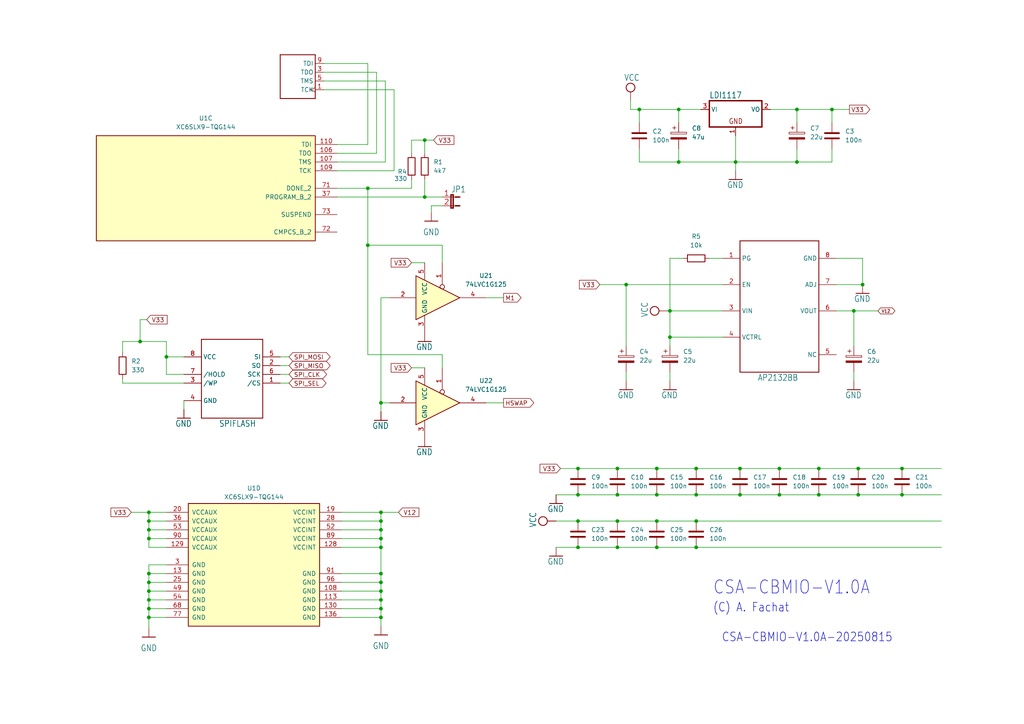
<source format=kicad_sch>
(kicad_sch (version 20250114) (generator "eeschema") (generator_version "9.0")
  (paper "A4")
  (lib_symbols
    (symbol "74xGxx:74LVC1G125"
      (property "Reference" "U" (at -10.16 7.62 0))
      (property "Value" "74LVC1G125" (at 2.54 -7.62 0))
      (symbol "74LVC1G125_0_1"
        (polyline (pts (xy -7.62 6.35) (xy -7.62 -6.35) (xy 5.08 0) (xy -7.62 6.35)) (stroke (width 0.254)) (fill (type background)))
      )
      (symbol "74LVC1G125_1_1"
        (pin input line (at -15.24 0 0) (length 7.62) (name "~") (number "2"))
        (pin power_in line (at -5.08 10.16 270) (length 5.08) (name "VCC") (number "5"))
        (pin power_in line (at -5.08 -10.16 90) (length 5.08) (name "GND") (number "3"))
        (pin input inverted (at 0 10.16 270) (length 7.62) (name "~") (number "1"))
        (pin tri_state line (at 12.7 0 180) (length 7.62) (name "~") (number "4"))
      )
    )
    (symbol "Device:C" (pin_numbers (hide yes)) (pin_names (offset 0.254))
      (property "Reference" "C" (at 0.635 2.54 0))
      (property "Value" "C" (at 0.635 -2.54 0))
      (symbol "C_0_1"
        (polyline (pts (xy -2.032 0.762) (xy 2.032 0.762)) (stroke (width 0.508)))
        (polyline (pts (xy -2.032 -0.762) (xy 2.032 -0.762)) (stroke (width 0.508)))
      )
      (symbol "C_1_1"
        (pin passive line (at 0 3.81 270) (length 2.794) (name "~") (number "1"))
        (pin passive line (at 0 -3.81 90) (length 2.794) (name "~") (number "2"))
      )
    )
    (symbol "Device:C_Polarized" (pin_numbers (hide yes)) (pin_names (offset 0.254))
      (property "Reference" "C" (at 0.635 2.54 0))
      (property "Value" "C_Polarized" (at 0.635 -2.54 0))
      (symbol "C_Polarized_0_1"
        (rectangle (start -2.286 0.508) (end 2.286 1.016))
        (polyline (pts (xy -1.778 2.286) (xy -0.762 2.286)))
        (polyline (pts (xy -1.27 2.794) (xy -1.27 1.778)))
        (rectangle (start 2.286 -0.508) (end -2.286 -1.016) (fill (type outline)))
      )
      (symbol "C_Polarized_1_1"
        (pin passive line (at 0 3.81 270) (length 2.794) (name "~") (number "1"))
        (pin passive line (at 0 -3.81 90) (length 2.794) (name "~") (number "2"))
      )
    )
    (symbol "Device:R" (pin_numbers (hide yes)) (pin_names (offset 0))
      (property "Reference" "R" (at 2.032 0 90))
      (property "Value" "R" (at 0 0 90))
      (symbol "R_0_1"
        (rectangle (start -1.016 -2.54) (end 1.016 2.54) (stroke (width 0.254)))
      )
      (symbol "R_1_1"
        (pin passive line (at 0 3.81 270) (length 1.27) (name "~") (number "1"))
        (pin passive line (at 0 -3.81 90) (length 1.27) (name "~") (number "2"))
      )
    )
    (symbol "FPGA_Xilinx_Spartan6:XC6SLX9-TQG144" (pin_names (offset 1.016))
      (property "Reference" "U" (at 0 1.27 0))
      (property "Value" "XC6SLX9-TQG144" (at 0 -1.27 0))
      (symbol "XC6SLX9-TQG144_1_1"
        (rectangle (start -44.45 36.83) (end 44.45 -43.18) (stroke (width 0.254)) (fill (type background)))
        (pin bidirectional line (at -50.8 22.86 0) (length 6.35) (name "IO_L1P_HSWAPEN_0") (number "144"))
        (pin bidirectional line (at -50.8 20.32 0) (length 6.35) (name "IO_L1N_VREF_0") (number "143"))
        (pin bidirectional line (at -50.8 17.78 0) (length 6.35) (name "IO_L2P_0") (number "142"))
        (pin bidirectional line (at -50.8 15.24 0) (length 6.35) (name "IO_L2N_0") (number "141"))
        (pin bidirectional line (at -50.8 12.7 0) (length 6.35) (name "IO_L3P_0") (number "140"))
        (pin bidirectional line (at -50.8 10.16 0) (length 6.35) (name "IO_L3N_0") (number "139"))
        (pin bidirectional line (at -50.8 7.62 0) (length 6.35) (name "IO_L4P_0") (number "138"))
        (pin bidirectional line (at -50.8 5.08 0) (length 6.35) (name "IO_L4N_0") (number "137"))
        (pin bidirectional line (at -50.8 2.54 0) (length 6.35) (name "IO_L34P_GCLK19_0") (number "134"))
        (pin bidirectional line (at -50.8 0 0) (length 6.35) (name "IO_L34N_GCLK18_0") (number "133"))
        (pin bidirectional line (at -50.8 -2.54 0) (length 6.35) (name "IO_L35P_GCLK17_0") (number "132"))
        (pin bidirectional line (at -50.8 -5.08 0) (length 6.35) (name "IO_L35N_GCLK16_0") (number "131"))
        (pin bidirectional line (at -50.8 -7.62 0) (length 6.35) (name "IO_L36P_GCLK15_0") (number "127"))
        (pin bidirectional line (at -50.8 -10.16 0) (length 6.35) (name "IO_L36N_GCLK14_0") (number "126"))
        (pin bidirectional line (at -50.8 -12.7 0) (length 6.35) (name "IO_L37P_GCLK13_0") (number "124"))
        (pin bidirectional line (at -50.8 -15.24 0) (length 6.35) (name "IO_L37N_GCLK12_0") (number "123"))
        (pin bidirectional line (at -50.8 -17.78 0) (length 6.35) (name "IO_L62P_0") (number "121"))
        (pin bidirectional line (at -50.8 -20.32 0) (length 6.35) (name "IO_L62N_VREF_0") (number "120"))
        (pin bidirectional line (at -50.8 -22.86 0) (length 6.35) (name "IO_L63P_SCP7_0") (number "119"))
        (pin bidirectional line (at -50.8 -25.4 0) (length 6.35) (name "IO_L63N_SCP6_0") (number "118"))
        (pin bidirectional line (at -50.8 -27.94 0) (length 6.35) (name "IO_L64P_SCP5_0") (number "117"))
        (pin bidirectional line (at -50.8 -30.48 0) (length 6.35) (name "IO_L64N_SCP4_0") (number "116"))
        (pin bidirectional line (at -50.8 -33.02 0) (length 6.35) (name "IO_L65P_SCP3_0") (number "115"))
        (pin bidirectional line (at -50.8 -35.56 0) (length 6.35) (name "IO_L65N_SCP2_0") (number "114"))
        (pin bidirectional line (at -50.8 -38.1 0) (length 6.35) (name "IO_L66P_SCP1_0") (number "112"))
        (pin bidirectional line (at -50.8 -40.64 0) (length 6.35) (name "IO_L66N_SCP0_0") (number "111"))
        (pin power_in line (at -40.64 43.18 270) (length 6.35) (name "VCCO_0") (number "122"))
        (pin power_in line (at -38.1 43.18 270) (length 6.35) (name "VCCO_0") (number "125"))
        (pin power_in line (at -35.56 43.18 270) (length 6.35) (name "VCCO_0") (number "135"))
        (pin power_in line (at 35.56 43.18 270) (length 6.35) (name "VCCO_1") (number "76"))
        (pin power_in line (at 38.1 43.18 270) (length 6.35) (name "VCCO_1") (number "86"))
        (pin power_in line (at 40.64 43.18 270) (length 6.35) (name "VCCO_1") (number "103"))
        (pin bidirectional line (at 50.8 22.86 180) (length 6.35) (name "IO_L1P_1") (number "105"))
        (pin bidirectional line (at 50.8 20.32 180) (length 6.35) (name "IO_L1N_VREF_1") (number "104"))
        (pin bidirectional line (at 50.8 17.78 180) (length 6.35) (name "IO_L32P_1") (number "102"))
        (pin bidirectional line (at 50.8 15.24 180) (length 6.35) (name "IO_L32N_1") (number "101"))
        (pin bidirectional line (at 50.8 12.7 180) (length 6.35) (name "IO_L33P_1") (number "100"))
        (pin bidirectional line (at 50.8 10.16 180) (length 6.35) (name "IO_L33N_1") (number "99"))
        (pin bidirectional line (at 50.8 7.62 180) (length 6.35) (name "IO_L34P_1") (number "98"))
        (pin bidirectional line (at 50.8 5.08 180) (length 6.35) (name "IO_L34N_1") (number "97"))
        (pin bidirectional line (at 50.8 2.54 180) (length 6.35) (name "IO_L40P_GCLK11_1") (number "95"))
        (pin bidirectional line (at 50.8 0 180) (length 6.35) (name "IO_L40N_GCLK10_1") (number "94"))
        (pin bidirectional line (at 50.8 -2.54 180) (length 6.35) (name "IO_L41P_GCLK9_IRDY1_1") (number "93"))
        (pin bidirectional line (at 50.8 -5.08 180) (length 6.35) (name "IO_L41N_GCLK8_1") (number "92"))
        (pin bidirectional line (at 50.8 -7.62 180) (length 6.35) (name "IO_L42P_GCLK7_1") (number "88"))
        (pin bidirectional line (at 50.8 -10.16 180) (length 6.35) (name "IO_L42N_GCLK6_TRDY1_1") (number "87"))
        (pin bidirectional line (at 50.8 -12.7 180) (length 6.35) (name "IO_L43P_GCLK5_1") (number "85"))
        (pin bidirectional line (at 50.8 -15.24 180) (length 6.35) (name "IO_L43N_GCLK4_1") (number "84"))
        (pin bidirectional line (at 50.8 -17.78 180) (length 6.35) (name "IO_L45P_1") (number "83"))
        (pin bidirectional line (at 50.8 -20.32 180) (length 6.35) (name "IO_L45N_1") (number "82"))
        (pin bidirectional line (at 50.8 -22.86 180) (length 6.35) (name "IO_L46P_1") (number "81"))
        (pin bidirectional line (at 50.8 -25.4 180) (length 6.35) (name "IO_L46N_1") (number "80"))
        (pin bidirectional line (at 50.8 -27.94 180) (length 6.35) (name "IO_L47P_1") (number "79"))
        (pin bidirectional line (at 50.8 -30.48 180) (length 6.35) (name "IO_L47N_1") (number "78"))
        (pin bidirectional line (at 50.8 -33.02 180) (length 6.35) (name "IO_L74P_AWAKE_1") (number "75"))
        (pin bidirectional line (at 50.8 -35.56 180) (length 6.35) (name "IO_L74N_DOUT_BUSY_1") (number "74"))
      )
      (symbol "XC6SLX9-TQG144_2_1"
        (rectangle (start -44.45 36.83) (end 44.45 -43.18) (stroke (width 0.254)) (fill (type background)))
        (pin bidirectional line (at -50.8 22.86 0) (length 6.35) (name "IO_L1P_CCLK_2") (number "70"))
        (pin bidirectional line (at -50.8 20.32 0) (length 6.35) (name "IO_L1N_M0_CMPMISO_2") (number "69"))
        (pin bidirectional line (at -50.8 17.78 0) (length 6.35) (name "IO_L2P_CMPCLK_2") (number "67"))
        (pin bidirectional line (at -50.8 15.24 0) (length 6.35) (name "IO_L2N_CMPMOSI_2") (number "66"))
        (pin bidirectional line (at -50.8 12.7 0) (length 6.35) (name "IO_L3P_D0_DIN_MISO_MISO1_2") (number "65"))
        (pin bidirectional line (at -50.8 10.16 0) (length 6.35) (name "IO_L3N_MOSI_CSI_B_MISO0_2") (number "64"))
        (pin bidirectional line (at -50.8 7.62 0) (length 6.35) (name "IO_L12P_D1_MISO2_2") (number "62"))
        (pin bidirectional line (at -50.8 5.08 0) (length 6.35) (name "IO_L12N_D2_MISO3_2") (number "61"))
        (pin bidirectional line (at -50.8 2.54 0) (length 6.35) (name "IO_L13P_M1_2") (number "60"))
        (pin bidirectional line (at -50.8 0 0) (length 6.35) (name "IO_L13N_D10_2") (number "59"))
        (pin bidirectional line (at -50.8 -2.54 0) (length 6.35) (name "IO_L14P_D11_2") (number "58"))
        (pin bidirectional line (at -50.8 -5.08 0) (length 6.35) (name "IO_L14N_D12_2") (number "57"))
        (pin bidirectional line (at -50.8 -7.62 0) (length 6.35) (name "IO_L30P_GCLK1_D13_2") (number "56"))
        (pin bidirectional line (at -50.8 -10.16 0) (length 6.35) (name "IO_L30N_GCLK0_USERCCLK_2") (number "55"))
        (pin bidirectional line (at -50.8 -12.7 0) (length 6.35) (name "IO_L31P_GCLK31_D14_2") (number "51"))
        (pin bidirectional line (at -50.8 -15.24 0) (length 6.35) (name "IO_L31N_GCLK30_D15_2") (number "50"))
        (pin bidirectional line (at -50.8 -17.78 0) (length 6.35) (name "IO_L48P_D7_2") (number "48"))
        (pin bidirectional line (at -50.8 -20.32 0) (length 6.35) (name "IO_L48N_RDWR_B_VREF_2") (number "47"))
        (pin bidirectional line (at -50.8 -22.86 0) (length 6.35) (name "IO_L49P_D3_2") (number "46"))
        (pin bidirectional line (at -50.8 -25.4 0) (length 6.35) (name "IO_L49N_D4_2") (number "45"))
        (pin bidirectional line (at -50.8 -27.94 0) (length 6.35) (name "IO_L62P_D5_2") (number "44"))
        (pin bidirectional line (at -50.8 -30.48 0) (length 6.35) (name "IO_L62N_D6_2") (number "43"))
        (pin bidirectional line (at -50.8 -33.02 0) (length 6.35) (name "IO_L64P_D8_2") (number "41"))
        (pin bidirectional line (at -50.8 -35.56 0) (length 6.35) (name "IO_L64N_D9_2") (number "40"))
        (pin bidirectional line (at -50.8 -38.1 0) (length 6.35) (name "IO_L65P_INIT_B_2") (number "39"))
        (pin bidirectional line (at -50.8 -40.64 0) (length 6.35) (name "IO_L65N_CSO_B_2") (number "38"))
        (pin power_in line (at -40.64 43.18 270) (length 6.35) (name "VCCO_2") (number "42"))
        (pin power_in line (at -38.1 43.18 270) (length 6.35) (name "VCCO_2") (number "63"))
        (pin power_in line (at 35.56 43.18 270) (length 6.35) (name "VCCO_3") (number "4"))
        (pin power_in line (at 38.1 43.18 270) (length 6.35) (name "VCCO_3") (number "18"))
        (pin power_in line (at 40.64 43.18 270) (length 6.35) (name "VCCO_3") (number "31"))
        (pin bidirectional line (at 50.8 22.86 180) (length 6.35) (name "IO_L1P_3") (number "35"))
        (pin bidirectional line (at 50.8 20.32 180) (length 6.35) (name "IO_L1N_VREF_3") (number "34"))
        (pin bidirectional line (at 50.8 17.78 180) (length 6.35) (name "IO_L2P_3") (number "33"))
        (pin bidirectional line (at 50.8 15.24 180) (length 6.35) (name "IO_L2N_3") (number "32"))
        (pin bidirectional line (at 50.8 12.7 180) (length 6.35) (name "IO_L36P_3") (number "30"))
        (pin bidirectional line (at 50.8 10.16 180) (length 6.35) (name "IO_L36N_3") (number "29"))
        (pin bidirectional line (at 50.8 7.62 180) (length 6.35) (name "IO_L37P_3") (number "27"))
        (pin bidirectional line (at 50.8 5.08 180) (length 6.35) (name "IO_L37N_3") (number "26"))
        (pin bidirectional line (at 50.8 2.54 180) (length 6.35) (name "IO_L41P_GCLK27_3") (number "24"))
        (pin bidirectional line (at 50.8 0 180) (length 6.35) (name "IO_L41N_GCLK26_3") (number "23"))
        (pin bidirectional line (at 50.8 -2.54 180) (length 6.35) (name "IO_L42P_GCLK25_TRDY2_3") (number "22"))
        (pin bidirectional line (at 50.8 -5.08 180) (length 6.35) (name "IO_L42N_GCLK24_3") (number "21"))
        (pin bidirectional line (at 50.8 -7.62 180) (length 6.35) (name "IO_L43P_GCLK23_3") (number "17"))
        (pin bidirectional line (at 50.8 -10.16 180) (length 6.35) (name "IO_L43N_GCLK22_IRDY2_3") (number "16"))
        (pin bidirectional line (at 50.8 -12.7 180) (length 6.35) (name "IO_L44P_GCLK21_3") (number "15"))
        (pin bidirectional line (at 50.8 -15.24 180) (length 6.35) (name "IO_L44N_GCLK20_3") (number "14"))
        (pin bidirectional line (at 50.8 -17.78 180) (length 6.35) (name "IO_L49P_3") (number "12"))
        (pin bidirectional line (at 50.8 -20.32 180) (length 6.35) (name "IO_L49N_3") (number "11"))
        (pin bidirectional line (at 50.8 -22.86 180) (length 6.35) (name "IO_L50P_3") (number "10"))
        (pin bidirectional line (at 50.8 -25.4 180) (length 6.35) (name "IO_L50N_3") (number "9"))
        (pin bidirectional line (at 50.8 -27.94 180) (length 6.35) (name "IO_L51P_3") (number "8"))
        (pin bidirectional line (at 50.8 -30.48 180) (length 6.35) (name "IO_L51N_3") (number "7"))
        (pin bidirectional line (at 50.8 -33.02 180) (length 6.35) (name "IO_L52P_3") (number "6"))
        (pin bidirectional line (at 50.8 -35.56 180) (length 6.35) (name "IO_L52N_3") (number "5"))
        (pin bidirectional line (at 50.8 -38.1 180) (length 6.35) (name "IO_L83P_3") (number "2"))
        (pin bidirectional line (at 50.8 -40.64 180) (length 6.35) (name "IO_L83N_VREF_3") (number "1"))
      )
      (symbol "XC6SLX9-TQG144_3_1"
        (rectangle (start -31.75 15.24) (end 31.75 -15.24) (stroke (width 0.254)) (fill (type background)))
        (pin bidirectional line (at 38.1 12.7 180) (length 6.35) (name "TDI") (number "110"))
        (pin bidirectional line (at 38.1 10.16 180) (length 6.35) (name "TDO") (number "106"))
        (pin bidirectional line (at 38.1 7.62 180) (length 6.35) (name "TMS") (number "107"))
        (pin bidirectional line (at 38.1 5.08 180) (length 6.35) (name "TCK") (number "109"))
        (pin bidirectional line (at 38.1 0 180) (length 6.35) (name "DONE_2") (number "71"))
        (pin bidirectional line (at 38.1 -2.54 180) (length 6.35) (name "PROGRAM_B_2") (number "37"))
        (pin bidirectional line (at 38.1 -7.62 180) (length 6.35) (name "SUSPEND") (number "73"))
        (pin bidirectional line (at 38.1 -12.7 180) (length 6.35) (name "CMPCS_B_2") (number "72"))
      )
      (symbol "XC6SLX9-TQG144_4_1"
        (rectangle (start -19.05 17.78) (end 19.05 -17.78) (stroke (width 0.254)) (fill (type background)))
        (pin power_in line (at -25.4 15.24 0) (length 6.35) (name "VCCAUX") (number "20"))
        (pin power_in line (at -25.4 12.7 0) (length 6.35) (name "VCCAUX") (number "36"))
        (pin power_in line (at -25.4 10.16 0) (length 6.35) (name "VCCAUX") (number "53"))
        (pin power_in line (at -25.4 7.62 0) (length 6.35) (name "VCCAUX") (number "90"))
        (pin power_in line (at -25.4 5.08 0) (length 6.35) (name "VCCAUX") (number "129"))
        (pin power_in line (at -25.4 0 0) (length 6.35) (name "GND") (number "3"))
        (pin power_in line (at -25.4 -2.54 0) (length 6.35) (name "GND") (number "13"))
        (pin power_in line (at -25.4 -5.08 0) (length 6.35) (name "GND") (number "25"))
        (pin power_in line (at -25.4 -7.62 0) (length 6.35) (name "GND") (number "49"))
        (pin power_in line (at -25.4 -10.16 0) (length 6.35) (name "GND") (number "54"))
        (pin power_in line (at -25.4 -12.7 0) (length 6.35) (name "GND") (number "68"))
        (pin power_in line (at -25.4 -15.24 0) (length 6.35) (name "GND") (number "77"))
        (pin power_in line (at 25.4 15.24 180) (length 6.35) (name "VCCINT") (number "19"))
        (pin power_in line (at 25.4 12.7 180) (length 6.35) (name "VCCINT") (number "28"))
        (pin power_in line (at 25.4 10.16 180) (length 6.35) (name "VCCINT") (number "52"))
        (pin power_in line (at 25.4 7.62 180) (length 6.35) (name "VCCINT") (number "89"))
        (pin power_in line (at 25.4 5.08 180) (length 6.35) (name "VCCINT") (number "128"))
        (pin power_in line (at 25.4 -2.54 180) (length 6.35) (name "GND") (number "91"))
        (pin power_in line (at 25.4 -5.08 180) (length 6.35) (name "GND") (number "96"))
        (pin power_in line (at 25.4 -7.62 180) (length 6.35) (name "GND") (number "108"))
        (pin power_in line (at 25.4 -10.16 180) (length 6.35) (name "GND") (number "113"))
        (pin power_in line (at 25.4 -12.7 180) (length 6.35) (name "GND") (number "130"))
        (pin power_in line (at 25.4 -15.24 180) (length 6.35) (name "GND") (number "136"))
      )
    )
    (symbol "cbm_ultipet_v1-eagle-import:AP2132BB"
      (symbol "AP2132BB_1_0"
        (polyline (pts (xy -10.16 17.78) (xy 12.7 17.78)) (stroke (width 0.254)))
        (polyline (pts (xy -10.16 -20.32) (xy -10.16 17.78)) (stroke (width 0.254)))
        (polyline (pts (xy 12.7 17.78) (xy 12.7 -20.32)) (stroke (width 0.254)))
        (polyline (pts (xy 12.7 -20.32) (xy -10.16 -20.32)) (stroke (width 0.254)))
        (pin bidirectional line (at -15.24 12.7 0) (length 5.08) (name "PG") (number "1"))
        (pin bidirectional line (at -15.24 5.08 0) (length 5.08) (name "EN") (number "2"))
        (pin bidirectional line (at -15.24 -2.54 0) (length 5.08) (name "VIN") (number "3"))
        (pin bidirectional line (at -15.24 -10.16 0) (length 5.08) (name "VCTRL") (number "4"))
        (pin bidirectional line (at 17.78 12.7 180) (length 5.08) (name "GND") (number "8"))
        (pin bidirectional line (at 17.78 5.08 180) (length 5.08) (name "ADJ") (number "7"))
        (pin bidirectional line (at 17.78 -2.54 180) (length 5.08) (name "VOUT") (number "6"))
        (pin bidirectional line (at 17.78 -15.24 180) (length 5.08) (name "NC") (number "5"))
      )
    )
    (symbol "cbm_ultipet_v1-eagle-import:GND" (power)
      (property "Value" "GND" (at -2.54 -2.54 0))
      (symbol "GND_1_0"
        (polyline (pts (xy -1.905 0) (xy 1.905 0)) (stroke (width 0.254)))
        (pin power_in line (at 0 2.54 270) (length 2.54) (name "GND") (number "1"))
      )
    )
    (symbol "cbm_ultipet_v1-eagle-import:LDI1117"
      (symbol "LDI1117_1_0"
        (polyline (pts (xy -7.62 5.08) (xy -7.62 -2.54)) (stroke (width 0.4064)))
        (polyline (pts (xy -7.62 -2.54) (xy 7.62 -2.54)) (stroke (width 0.4064)))
        (polyline (pts (xy 7.62 5.08) (xy -7.62 5.08)) (stroke (width 0.4064)))
        (polyline (pts (xy 7.62 -2.54) (xy 7.62 5.08)) (stroke (width 0.4064)))
        (text "GND" (at -2.032 -1.778 0) (effects (font (size 1.524 1.2954)) (justify left bottom)))
        (pin input line (at -10.16 2.54 0) (length 2.54) (name "VI") (number "3"))
        (pin passive line (at 0 -5.08 90) (length 2.54) (name "GND") (number "1"))
        (pin passive line (at 10.16 2.54 180) (length 2.54) (name "VO") (number "2"))
      )
    )
    (symbol "cbm_ultipet_v1-eagle-import:SPIFLASH"
      (symbol "SPIFLASH_1_0"
        (polyline (pts (xy -10.16 10.16) (xy 7.62 10.16)) (stroke (width 0.254)))
        (polyline (pts (xy -10.16 -12.7) (xy -10.16 10.16)) (stroke (width 0.254)))
        (polyline (pts (xy 7.62 10.16) (xy 7.62 -12.7)) (stroke (width 0.254)))
        (polyline (pts (xy 7.62 -12.7) (xy -10.16 -12.7)) (stroke (width 0.254)))
        (pin bidirectional line (at -15.24 5.08 0) (length 5.08) (name "VCC") (number "8"))
        (pin bidirectional line (at -15.24 0 0) (length 5.08) (name "/HOLD") (number "7"))
        (pin bidirectional line (at -15.24 -2.54 0) (length 5.08) (name "/WP") (number "3"))
        (pin bidirectional line (at -15.24 -7.62 0) (length 5.08) (name "GND") (number "4"))
        (pin bidirectional line (at 12.7 5.08 180) (length 5.08) (name "SI") (number "5"))
        (pin bidirectional line (at 12.7 2.54 180) (length 5.08) (name "SO") (number "2"))
        (pin bidirectional line (at 12.7 0 180) (length 5.08) (name "SCK") (number "6"))
        (pin bidirectional line (at 12.7 -2.54 180) (length 5.08) (name "/CS") (number "1"))
      )
    )
    (symbol "cbm_ultipet_v1-eagle-import:VCC" (power)
      (property "Value" "VCC" (at -1.905 3.175 0))
      (symbol "VCC_1_0"
        (circle (center 0 1.27) (radius 1.27) (stroke (width 0.254)))
        (pin power_in line (at 0 -2.54 90) (length 2.54) (name "VCC") (number "1"))
      )
    )
    (symbol "cbm_ultipet_v1-eagle-import:XILINXPROG"
      (symbol "XILINXPROG_1_0"
        (polyline (pts (xy -5.08 7.62) (xy -5.08 -5.08)) (stroke (width 0.254)))
        (polyline (pts (xy -5.08 -5.08) (xy 5.08 -5.08)) (stroke (width 0.254)))
        (polyline (pts (xy 5.08 7.62) (xy -5.08 7.62)) (stroke (width 0.254)))
        (polyline (pts (xy 5.08 -5.08) (xy 5.08 7.62)) (stroke (width 0.254)))
        (pin input clock (at -7.62 5.08 0) (length 2.54) (name "TCK") (number "1"))
        (pin input line (at -7.62 2.54 0) (length 2.54) (name "TMS") (number "5"))
        (pin output line (at -7.62 0 0) (length 2.54) (name "TDO") (number "3"))
        (pin input line (at -7.62 -2.54 0) (length 2.54) (name "TDI") (number "9"))
      )
      (symbol "XILINXPROG_2_0"
        (text "VCC" (at -15.875 17.78 900) (effects (font (size 1.27 1.0795)) (justify left bottom)))
        (text "GND" (at -15.875 5.08 900) (effects (font (size 1.27 1.0795)) (justify left bottom)))
        (pin power_in line (at -17.78 22.86 270) (length 7.62) (name "VCC") (number "4"))
        (pin power_in line (at -17.78 2.54 90) (length 7.62) (name "GND") (number "2"))
      )
      (symbol "XILINXPROG_3_0"
        (pin power_in line (at 0 -2.54 90) (length 5.08) (name "P$1") (number "10"))
      )
    )
    (symbol "csa_petio_v1-eagle-import:GND" (power)
      (symbol "GND_1_0"
        (polyline (pts (xy -1.905 0) (xy 1.905 0)) (stroke (width 0.254)))
        (pin power_in line (at 0 2.54 270) (length 2.54) (name "GND") (number "1"))
      )
    )
    (symbol "csa_petio_v1-eagle-import:JP1E"
      (property "Reference" "JP" (at -1.27 0 90))
      (symbol "JP1E_1_0"
        (polyline (pts (xy -0.635 0.635) (xy -0.635 0)) (stroke (width 0.4064)))
        (polyline (pts (xy -0.635 0) (xy 3.175 0)) (stroke (width 0.4064)))
        (polyline (pts (xy 0 2.54) (xy 0 1.27)) (stroke (width 0.4064)))
        (polyline (pts (xy 0 0) (xy 0 1.27)) (stroke (width 0.1524)))
        (polyline (pts (xy 2.54 2.54) (xy 2.54 1.27)) (stroke (width 0.4064)))
        (polyline (pts (xy 2.54 0) (xy 2.54 1.27)) (stroke (width 0.1524)))
        (polyline (pts (xy 3.175 0.635) (xy -0.635 0.635)) (stroke (width 0.4064)))
        (polyline (pts (xy 3.175 0) (xy 3.175 0.635)) (stroke (width 0.4064)))
        (pin passive line (at 0 -2.54 90) (length 2.54) (name "1") (number "1"))
        (pin passive line (at 2.54 -2.54 90) (length 2.54) (name "2") (number "2"))
      )
    )
  )
  (text "CSA-CBMIO-V1.0A" (at 206.756 172.72 0) (effects (font (size 3.81 3.2385)) (justify left bottom)))
  (text "(C) A. Fachat" (at 206.756 177.8 0) (effects (font (size 2.54 2.159)) (justify left bottom)))
  (text "CSA-CBMIO-V1.0A-20250815" (at 209.296 186.436 0) (effects (font (size 2.54 2.159)) (justify left bottom)))
  (junction (at 110.49 179.07))
  (junction (at 179.07 143.51))
  (junction (at 261.62 143.51))
  (junction (at 48.26 103.505))
  (junction (at 237.49 135.89))
  (junction (at 196.85 31.75))
  (junction (at 201.93 158.75))
  (junction (at 190.5 143.51))
  (junction (at 43.18 173.99))
  (junction (at 106.68 71.12))
  (junction (at 43.18 151.13))
  (junction (at 110.49 168.91))
  (junction (at 167.64 158.75))
  (junction (at 123.19 57.15))
  (junction (at 201.93 143.51))
  (junction (at 43.18 168.91))
  (junction (at 226.06 143.51))
  (junction (at 214.63 135.89))
  (junction (at 231.14 46.99))
  (junction (at 43.18 171.45))
  (junction (at 167.64 143.51))
  (junction (at 110.49 148.59))
  (junction (at 201.93 151.13))
  (junction (at 110.49 176.53))
  (junction (at 167.64 135.89))
  (junction (at 201.93 135.89))
  (junction (at 179.07 158.75))
  (junction (at 261.62 135.89))
  (junction (at 196.85 46.99))
  (junction (at 248.92 143.51))
  (junction (at 110.49 116.84))
  (junction (at 179.07 135.89))
  (junction (at 179.07 151.13))
  (junction (at 248.92 135.89))
  (junction (at 43.18 176.53))
  (junction (at 110.49 151.13))
  (junction (at 43.18 166.37))
  (junction (at 40.64 99.06))
  (junction (at 247.65 90.17))
  (junction (at 231.14 31.75))
  (junction (at 213.36 46.99))
  (junction (at 110.49 158.75))
  (junction (at 110.49 171.45))
  (junction (at 250.19 82.55))
  (junction (at 43.18 179.07))
  (junction (at 226.06 135.89))
  (junction (at 110.49 166.37))
  (junction (at 190.5 151.13))
  (junction (at 123.19 40.64))
  (junction (at 190.5 135.89))
  (junction (at 106.68 54.61))
  (junction (at 214.63 143.51))
  (junction (at 110.49 173.99))
  (junction (at 241.3 31.75))
  (junction (at 43.18 156.21))
  (junction (at 43.18 153.67))
  (junction (at 194.31 97.79))
  (junction (at 43.18 148.59))
  (junction (at 181.61 82.55))
  (junction (at 190.5 158.75))
  (junction (at 110.49 156.21))
  (junction (at 185.42 31.75))
  (junction (at 167.64 151.13))
  (junction (at 194.31 90.17))
  (junction (at 237.49 143.51))
  (junction (at 110.49 153.67))
  (wire (pts (xy 231.14 46.99) (xy 231.14 43.18)) (stroke (width 0.1524)))
  (wire (pts (xy 242.57 90.17) (xy 247.65 90.17)) (stroke (width 0.1524)))
  (wire (pts (xy 110.49 156.21) (xy 110.49 158.75)))
  (wire (pts (xy 190.5 143.51) (xy 201.93 143.51)))
  (wire (pts (xy 119.38 54.61) (xy 119.38 52.07)))
  (wire (pts (xy 213.36 46.99) (xy 213.36 49.53)) (stroke (width 0.1524)))
  (wire (pts (xy 125.095 59.69) (xy 125.095 61.595)))
  (wire (pts (xy 182.88 31.75) (xy 185.42 31.75)) (stroke (width 0.1524)))
  (wire (pts (xy 110.49 116.84) (xy 110.49 119.38)))
  (wire (pts (xy 179.07 135.89) (xy 190.5 135.89)))
  (wire (pts (xy 231.14 46.99) (xy 241.3 46.99)) (stroke (width 0.1524)))
  (wire (pts (xy 196.85 46.99) (xy 213.36 46.99)) (stroke (width 0.1524)))
  (wire (pts (xy 99.06 166.37) (xy 110.49 166.37)))
  (wire (pts (xy 203.2 31.75) (xy 196.85 31.75)) (stroke (width 0.1524)))
  (wire (pts (xy 201.93 158.75) (xy 273.05 158.75)))
  (wire (pts (xy 167.64 151.13) (xy 179.07 151.13)))
  (wire (pts (xy 140.97 86.36) (xy 146.05 86.36)))
  (wire (pts (xy 81.28 106.045) (xy 83.82 106.045)))
  (wire (pts (xy 97.79 41.91) (xy 106.68 41.91)))
  (wire (pts (xy 194.31 74.93) (xy 194.31 90.17)) (stroke (width 0.1524)))
  (wire (pts (xy 213.36 39.37) (xy 213.36 46.99)) (stroke (width 0.1524)))
  (wire (pts (xy 237.49 135.89) (xy 248.92 135.89)))
  (wire (pts (xy 48.26 103.505) (xy 53.34 103.505)))
  (wire (pts (xy 128.27 76.2) (xy 128.27 71.12)))
  (wire (pts (xy 81.28 108.585) (xy 83.82 108.585)))
  (wire (pts (xy 119.38 76.2) (xy 123.19 76.2)))
  (wire (pts (xy 110.49 176.53) (xy 110.49 179.07)))
  (wire (pts (xy 194.31 107.95) (xy 194.31 110.49)) (stroke (width 0.1524)))
  (wire (pts (xy 110.49 171.45) (xy 110.49 173.99)))
  (wire (pts (xy 99.06 158.75) (xy 110.49 158.75)))
  (wire (pts (xy 38.1 148.59) (xy 43.18 148.59)))
  (wire (pts (xy 128.27 59.69) (xy 125.095 59.69)))
  (wire (pts (xy 226.06 135.89) (xy 237.49 135.89)))
  (wire (pts (xy 48.26 163.83) (xy 43.18 163.83)))
  (wire (pts (xy 261.62 143.51) (xy 273.05 143.51)))
  (wire (pts (xy 43.18 176.53) (xy 48.26 176.53)))
  (wire (pts (xy 53.34 111.125) (xy 35.56 111.125)))
  (wire (pts (xy 161.29 151.13) (xy 167.64 151.13)))
  (wire (pts (xy 43.18 168.91) (xy 43.18 171.45)))
  (wire (pts (xy 35.56 102.235) (xy 35.56 99.06)))
  (wire (pts (xy 248.92 143.51) (xy 261.62 143.51)))
  (wire (pts (xy 241.3 31.75) (xy 241.3 35.56)))
  (wire (pts (xy 194.31 74.93) (xy 196.85 74.93)) (stroke (width 0.1524)))
  (wire (pts (xy 53.34 108.585) (xy 48.26 108.585)) (stroke (width 0.1524)))
  (wire (pts (xy 99.06 168.91) (xy 110.49 168.91)))
  (wire (pts (xy 242.57 82.55) (xy 250.19 82.55)) (stroke (width 0.1524)))
  (wire (pts (xy 214.63 135.89) (xy 226.06 135.89)))
  (wire (pts (xy 109.22 20.955) (xy 93.98 20.955)))
  (wire (pts (xy 194.31 90.17) (xy 209.55 90.17)) (stroke (width 0.1524)))
  (wire (pts (xy 194.31 97.79) (xy 209.55 97.79)) (stroke (width 0.1524)))
  (wire (pts (xy 99.06 153.67) (xy 110.49 153.67)))
  (wire (pts (xy 214.63 143.51) (xy 226.06 143.51)))
  (wire (pts (xy 110.49 151.13) (xy 110.49 153.67)))
  (wire (pts (xy 250.19 74.93) (xy 250.19 82.55)) (stroke (width 0.1524)))
  (wire (pts (xy 185.42 31.75) (xy 185.42 35.56)))
  (wire (pts (xy 43.18 171.45) (xy 43.18 173.99)))
  (wire (pts (xy 226.06 143.51) (xy 237.49 143.51)))
  (wire (pts (xy 125.73 40.64) (xy 123.19 40.64)))
  (wire (pts (xy 261.62 135.89) (xy 273.05 135.89)))
  (wire (pts (xy 113.03 86.36) (xy 110.49 86.36)))
  (wire (pts (xy 128.27 102.87) (xy 106.68 102.87)))
  (wire (pts (xy 114.3 26.035) (xy 93.98 26.035)))
  (wire (pts (xy 43.18 148.59) (xy 48.26 148.59)))
  (wire (pts (xy 179.07 158.75) (xy 190.5 158.75)))
  (wire (pts (xy 231.14 31.75) (xy 231.14 35.56)) (stroke (width 0.1524)))
  (wire (pts (xy 196.85 43.18) (xy 196.85 46.99)) (stroke (width 0.1524)))
  (wire (pts (xy 42.545 92.71) (xy 40.64 92.71)))
  (wire (pts (xy 106.68 54.61) (xy 119.38 54.61)))
  (wire (pts (xy 97.79 57.15) (xy 123.19 57.15)))
  (wire (pts (xy 128.27 106.68) (xy 128.27 102.87)))
  (wire (pts (xy 43.18 168.91) (xy 48.26 168.91)))
  (wire (pts (xy 43.18 156.21) (xy 48.26 156.21)))
  (wire (pts (xy 97.79 49.53) (xy 114.3 49.53)))
  (wire (pts (xy 213.36 46.99) (xy 231.14 46.99)) (stroke (width 0.1524)))
  (wire (pts (xy 99.06 148.59) (xy 110.49 148.59)))
  (wire (pts (xy 97.79 44.45) (xy 109.22 44.45)))
  (wire (pts (xy 43.18 163.83) (xy 43.18 166.37)))
  (wire (pts (xy 111.76 23.495) (xy 93.98 23.495)))
  (wire (pts (xy 48.26 158.75) (xy 43.18 158.75)))
  (wire (pts (xy 196.85 31.75) (xy 196.85 35.56)) (stroke (width 0.1524)))
  (wire (pts (xy 201.93 151.13) (xy 273.05 151.13)))
  (wire (pts (xy 40.64 92.71) (xy 40.64 99.06)))
  (wire (pts (xy 237.49 143.51) (xy 248.92 143.51)))
  (wire (pts (xy 99.06 179.07) (xy 110.49 179.07)))
  (wire (pts (xy 43.18 173.99) (xy 43.18 176.53)))
  (wire (pts (xy 193.675 90.17) (xy 194.31 90.17)) (stroke (width 0.1524)))
  (wire (pts (xy 43.18 173.99) (xy 48.26 173.99)))
  (wire (pts (xy 114.3 49.53) (xy 114.3 26.035)))
  (wire (pts (xy 182.88 31.75) (xy 182.88 29.21)) (stroke (width 0.1524)))
  (wire (pts (xy 106.68 71.12) (xy 106.68 54.61)))
  (wire (pts (xy 205.74 74.93) (xy 207.01 74.93)))
  (wire (pts (xy 161.29 143.51) (xy 167.64 143.51)))
  (wire (pts (xy 167.64 143.51) (xy 179.07 143.51)))
  (wire (pts (xy 43.18 176.53) (xy 43.18 179.07)))
  (wire (pts (xy 43.18 171.45) (xy 48.26 171.45)))
  (wire (pts (xy 190.5 135.89) (xy 201.93 135.89)))
  (wire (pts (xy 35.56 111.125) (xy 35.56 109.855)))
  (wire (pts (xy 110.49 179.07) (xy 110.49 181.61)))
  (wire (pts (xy 231.14 31.75) (xy 241.3 31.75)) (stroke (width 0.1524)))
  (wire (pts (xy 81.28 111.125) (xy 83.82 111.125)))
  (wire (pts (xy 43.18 166.37) (xy 43.18 168.91)))
  (wire (pts (xy 97.79 54.61) (xy 106.68 54.61)))
  (wire (pts (xy 48.26 108.585) (xy 48.26 103.505)) (stroke (width 0.1524)))
  (wire (pts (xy 111.76 46.99) (xy 111.76 23.495)))
  (wire (pts (xy 99.06 171.45) (xy 110.49 171.45)))
  (wire (pts (xy 43.18 179.07) (xy 48.26 179.07)))
  (wire (pts (xy 106.68 102.87) (xy 106.68 71.12)))
  (wire (pts (xy 106.68 18.415) (xy 106.68 41.91)))
  (wire (pts (xy 247.65 90.17) (xy 254.635 90.17)) (stroke (width 0.1524)))
  (wire (pts (xy 99.06 156.21) (xy 110.49 156.21)))
  (wire (pts (xy 110.49 173.99) (xy 110.49 176.53)))
  (wire (pts (xy 119.38 44.45) (xy 119.38 40.64)))
  (wire (pts (xy 190.5 151.13) (xy 201.93 151.13)))
  (wire (pts (xy 110.49 86.36) (xy 110.49 116.84)))
  (wire (pts (xy 110.49 166.37) (xy 110.49 168.91)))
  (wire (pts (xy 109.22 44.45) (xy 109.22 20.955)))
  (wire (pts (xy 190.5 158.75) (xy 201.93 158.75)))
  (wire (pts (xy 43.18 151.13) (xy 48.26 151.13)))
  (wire (pts (xy 110.49 153.67) (xy 110.49 156.21)))
  (wire (pts (xy 181.61 82.55) (xy 209.55 82.55)) (stroke (width 0.1524)))
  (wire (pts (xy 53.34 118.745) (xy 53.34 116.205)) (stroke (width 0.1524)))
  (wire (pts (xy 128.27 71.12) (xy 106.68 71.12)))
  (wire (pts (xy 99.06 173.99) (xy 110.49 173.99)))
  (wire (pts (xy 194.31 97.79) (xy 194.31 90.17)) (stroke (width 0.1524)))
  (wire (pts (xy 43.18 158.75) (xy 43.18 156.21)))
  (wire (pts (xy 167.64 135.89) (xy 179.07 135.89)))
  (wire (pts (xy 185.42 31.75) (xy 196.85 31.75)) (stroke (width 0.1524)))
  (wire (pts (xy 179.07 151.13) (xy 190.5 151.13)))
  (wire (pts (xy 162.56 135.89) (xy 167.64 135.89)))
  (wire (pts (xy 43.18 166.37) (xy 48.26 166.37)))
  (wire (pts (xy 81.28 103.505) (xy 83.82 103.505)))
  (wire (pts (xy 48.26 99.06) (xy 48.26 103.505)))
  (wire (pts (xy 97.79 46.99) (xy 111.76 46.99)))
  (wire (pts (xy 43.18 151.13) (xy 43.18 148.59)))
  (wire (pts (xy 173.99 82.55) (xy 181.61 82.55)) (stroke (width 0.1524)))
  (wire (pts (xy 201.93 135.89) (xy 214.63 135.89)))
  (wire (pts (xy 110.49 116.84) (xy 113.03 116.84)))
  (wire (pts (xy 247.65 110.49) (xy 247.65 107.95)) (stroke (width 0.1524)))
  (wire (pts (xy 99.06 176.53) (xy 110.49 176.53)))
  (wire (pts (xy 161.29 158.75) (xy 167.64 158.75)))
  (wire (pts (xy 185.42 43.18) (xy 185.42 46.99)))
  (wire (pts (xy 43.18 156.21) (xy 43.18 153.67)))
  (wire (pts (xy 35.56 99.06) (xy 40.64 99.06)))
  (wire (pts (xy 241.3 43.18) (xy 241.3 46.99)))
  (wire (pts (xy 43.18 153.67) (xy 48.26 153.67)))
  (wire (pts (xy 241.3 31.75) (xy 246.38 31.75)) (stroke (width 0.1524)))
  (wire (pts (xy 181.61 110.49) (xy 181.61 107.95)) (stroke (width 0.1524)))
  (wire (pts (xy 43.18 179.07) (xy 43.18 182.245)))
  (wire (pts (xy 242.57 74.93) (xy 250.19 74.93)) (stroke (width 0.1524)))
  (wire (pts (xy 110.49 168.91) (xy 110.49 171.45)))
  (wire (pts (xy 110.49 158.75) (xy 110.49 166.37)))
  (wire (pts (xy 119.38 40.64) (xy 123.19 40.64)))
  (wire (pts (xy 207.01 74.93) (xy 209.55 74.93)) (stroke (width 0.1524)))
  (wire (pts (xy 110.49 148.59) (xy 110.49 151.13)))
  (wire (pts (xy 247.65 90.17) (xy 247.65 100.33)))
  (wire (pts (xy 179.07 143.51) (xy 190.5 143.51)))
  (wire (pts (xy 196.85 74.93) (xy 198.12 74.93)))
  (wire (pts (xy 248.92 135.89) (xy 261.62 135.89)))
  (wire (pts (xy 119.38 106.68) (xy 123.19 106.68)))
  (wire (pts (xy 93.98 18.415) (xy 106.68 18.415)))
  (wire (pts (xy 123.19 52.07) (xy 123.19 57.15)))
  (wire (pts (xy 43.18 153.67) (xy 43.18 151.13)))
  (wire (pts (xy 167.64 158.75) (xy 179.07 158.75)))
  (wire (pts (xy 194.31 97.79) (xy 194.31 100.33)) (stroke (width 0.1524)))
  (wire (pts (xy 185.42 46.99) (xy 196.85 46.99)) (stroke (width 0.1524)))
  (wire (pts (xy 223.52 31.75) (xy 231.14 31.75)) (stroke (width 0.1524)))
  (wire (pts (xy 201.93 143.51) (xy 214.63 143.51)))
  (wire (pts (xy 110.49 148.59) (xy 115.57 148.59)))
  (wire (pts (xy 123.19 40.64) (xy 123.19 44.45)))
  (wire (pts (xy 123.19 57.15) (xy 128.27 57.15)))
  (wire (pts (xy 181.61 82.55) (xy 181.61 100.33)) (stroke (width 0.1524)))
  (wire (pts (xy 99.06 151.13) (xy 110.49 151.13)))
  (wire (pts (xy 40.64 99.06) (xy 48.26 99.06)))
  (wire (pts (xy 140.97 116.84) (xy 146.05 116.84)))
  (global_label "SPI_MISO" (shape bidirectional) (at 83.82 106.045 0) (effects (font (size 1.2446 1.2446))) (property "Intersheetrefs" "${INTERSHEET_REFS}" (effects (hide yes))))
  (global_label "V33" (shape input) (at 42.545 92.71 0) (property "Intersheetrefs" "${INTERSHEET_REFS}" (effects (hide yes))))
  (global_label "V33" (shape input) (at 119.38 76.2 180) (property "Intersheetrefs" "${INTERSHEET_REFS}" (effects (hide yes))))
  (global_label "V33" (shape input) (at 125.73 40.64 0) (property "Intersheetrefs" "${INTERSHEET_REFS}" (effects (hide yes))))
  (global_label "V12" (shape input) (at 115.57 148.59 0) (property "Intersheetrefs" "${INTERSHEET_REFS}" (effects (hide yes))))
  (global_label "SPI_SEL" (shape bidirectional) (at 83.82 111.125 0) (effects (font (size 1.2446 1.2446))) (property "Intersheetrefs" "${INTERSHEET_REFS}" (effects (hide yes))))
  (global_label "V33" (shape input) (at 162.56 135.89 180) (property "Intersheetrefs" "${INTERSHEET_REFS}" (effects (hide yes))))
  (global_label "SPI_MOSI" (shape bidirectional) (at 83.82 103.505 0) (effects (font (size 1.2446 1.2446))) (property "Intersheetrefs" "${INTERSHEET_REFS}" (effects (hide yes))))
  (global_label "V12" (shape bidirectional) (at 254.635 90.17 0) (effects (font (size 0.889 0.889))) (property "Intersheetrefs" "${INTERSHEET_REFS}" (effects (hide yes))))
  (global_label "V33" (shape output) (at 246.38 31.75 0) (property "Intersheetrefs" "${INTERSHEET_REFS}" (effects (hide yes))))
  (global_label "V33" (shape input) (at 173.99 82.55 180) (property "Intersheetrefs" "${INTERSHEET_REFS}" (effects (hide yes))))
  (global_label "V33" (shape input) (at 119.38 106.68 180) (property "Intersheetrefs" "${INTERSHEET_REFS}" (effects (hide yes))))
  (global_label "M1" (shape output) (at 146.05 86.36 0) (property "Intersheetrefs" "${INTERSHEET_REFS}" (effects (hide yes))))
  (global_label "HSWAP" (shape output) (at 146.05 116.84 0) (property "Intersheetrefs" "${INTERSHEET_REFS}" (effects (hide yes))))
  (global_label "SPI_CLK" (shape bidirectional) (at 83.82 108.585 0) (effects (font (size 1.2446 1.2446))) (property "Intersheetrefs" "${INTERSHEET_REFS}" (effects (hide yes))))
  (global_label "V33" (shape input) (at 38.1 148.59 180) (property "Intersheetrefs" "${INTERSHEET_REFS}" (effects (hide yes))))
  (symbol (lib_id "cbm_ultipet_v1-eagle-import:GND") (at 250.19 85.09 0) (unit 1)
    (property "Reference" "#GND046" (effects (hide yes)))
    (property "Value" "GND" (at 247.65 87.63 0) (effects (font (size 1.778 1.5113)) (justify left bottom)))
  )
  (symbol (lib_id "Device:C") (at 190.5 154.94 0) (unit 1)
    (property "Reference" "C25" (at 194.31 153.6699 0) (effects (justify left)))
    (property "Value" "100n" (at 194.31 156.2099 0) (effects (justify left)))
    (property "Footprint" "Capacitor_SMD:C_0805_2012Metric" (effects (hide yes)))
    (property "Description" "Unpolarized capacitor" (effects (hide yes)))
  )
  (symbol (lib_id "cbm_ultipet_v1-eagle-import:GND") (at 123.19 99.06 0) (unit 1)
    (property "Reference" "#GND037" (effects (hide yes)))
    (property "Value" "GND" (at 120.65 101.6 0) (effects (font (size 1.778 1.5113)) (justify left bottom)))
  )
  (symbol (lib_id "Device:R") (at 201.93 74.93 90) (unit 1)
    (property "Reference" "R5" (at 201.93 68.58 90))
    (property "Value" "10k" (at 201.93 71.12 90))
    (property "Footprint" "Resistor_SMD:R_0603_1608Metric_Pad0.98x0.95mm_HandSolder" (effects (hide yes)))
    (property "Description" "Resistor" (effects (hide yes)))
  )
  (symbol (lib_id "cbm_ultipet_v1-eagle-import:AP2132BB") (at 224.79 87.63 0) (unit 1)
    (property "Reference" "UX16" (effects (hide yes)))
    (property "Value" "AP2132BB" (at 219.71 110.49 0) (effects (font (size 1.778 1.5113)) (justify left bottom)))
    (property "Footprint" "Package_SO:Diodes_PSOP-8" (effects (hide yes)))
  )
  (symbol (lib_id "FPGA_Xilinx_Spartan6:XC6SLX9-TQG144") (at 73.66 163.83 0) (unit 4)
    (property "Reference" "U1" (at 73.66 141.605 0))
    (property "Value" "XC6SLX9-TQG144" (at 73.66 144.145 0))
    (property "Description" "Spartan 6 LX 9 XC6SLX9-TQG144" (effects (hide yes)))
  )
  (symbol (lib_id "Device:C") (at 201.93 154.94 0) (unit 1)
    (property "Reference" "C26" (at 205.74 153.6699 0) (effects (justify left)))
    (property "Value" "100n" (at 205.74 156.2099 0) (effects (justify left)))
    (property "Footprint" "Capacitor_SMD:C_0805_2012Metric" (effects (hide yes)))
    (property "Description" "Unpolarized capacitor" (effects (hide yes)))
  )
  (symbol (lib_id "Device:R") (at 119.38 48.26 0) (unit 1)
    (property "Reference" "R4" (at 115.316 49.784 0) (effects (justify left)))
    (property "Value" "330" (at 114.3 51.816 0) (effects (justify left)))
    (property "Footprint" "Resistor_SMD:R_0603_1608Metric_Pad0.98x0.95mm_HandSolder" (effects (hide yes)))
    (property "Description" "Resistor" (effects (hide yes)))
  )
  (symbol (lib_id "csa_petio_v1-eagle-import:GND") (at 110.49 184.15 0) (unit 1)
    (property "Reference" "#GND02" (effects (hide yes)))
    (property "Value" "GND" (at 110.49 187.325 0) (effects (font (size 1.778 1.5113))))
    (property "Description" "SUPPLY SYMBOL" (effects (hide yes)))
  )
  (symbol (lib_id "cbm_ultipet_v1-eagle-import:SPIFLASH") (at 68.58 108.585 0) (unit 1)
    (property "Reference" "UX18" (effects (hide yes)))
    (property "Value" "SPIFLASH" (at 63.5 123.825 0) (effects (font (size 1.778 1.5113)) (justify left bottom)))
    (property "Footprint" "Package_DIP:DIP-8_W7.62mm_Socket_LongPads" (effects (hide yes)))
  )
  (symbol (lib_id "Device:C") (at 167.64 154.94 0) (unit 1)
    (property "Reference" "C23" (at 171.45 153.6699 0) (effects (justify left)))
    (property "Value" "100n" (at 171.45 156.2099 0) (effects (justify left)))
    (property "Footprint" "Capacitor_SMD:C_0805_2012Metric" (effects (hide yes)))
    (property "Description" "Unpolarized capacitor" (effects (hide yes)))
  )
  (symbol (lib_id "Device:C") (at 261.62 139.7 0) (unit 1)
    (property "Reference" "C21" (at 265.43 138.4299 0) (effects (justify left)))
    (property "Value" "100n" (at 265.43 140.9699 0) (effects (justify left)))
    (property "Footprint" "Capacitor_SMD:C_0805_2012Metric" (effects (hide yes)))
    (property "Description" "Unpolarized capacitor" (effects (hide yes)))
  )
  (symbol (lib_id "Device:C") (at 167.64 139.7 0) (unit 1)
    (property "Reference" "C9" (at 171.45 138.4299 0) (effects (justify left)))
    (property "Value" "100n" (at 171.45 140.9699 0) (effects (justify left)))
    (property "Footprint" "Capacitor_SMD:C_0805_2012Metric" (effects (hide yes)))
    (property "Description" "Unpolarized capacitor" (effects (hide yes)))
  )
  (symbol (lib_id "74xGxx:74LVC1G125") (at 128.27 86.36 0) (unit 1)
    (property "Reference" "U21" (at 140.97 79.9398 0))
    (property "Value" "74LVC1G125" (at 140.97 82.4798 0))
    (property "Footprint" "Package_TO_SOT_SMD:SOT-353_SC-70-5" (effects (hide yes)))
    (property "Datasheet" "https://www.ti.com/lit/ds/symlink/sn74lvc1g125.pdf" (effects (hide yes)))
    (property "Description" "Single Buffer Gate Tri-State, Low-Voltage CMOS" (effects (hide yes)))
  )
  (symbol (lib_id "cbm_ultipet_v1-eagle-import:GND") (at 123.19 129.54 0) (unit 1)
    (property "Reference" "#GND038" (effects (hide yes)))
    (property "Value" "GND" (at 120.65 132.08 0) (effects (font (size 1.778 1.5113)) (justify left bottom)))
  )
  (symbol (lib_id "cbm_ultipet_v1-eagle-import:VCC") (at 182.88 26.67 0) (unit 1)
    (property "Reference" "#V015" (effects (hide yes)))
    (property "Value" "VCC" (at 180.975 23.495 0) (effects (font (size 1.778 1.5113)) (justify left bottom)))
  )
  (symbol (lib_id "Device:C") (at 179.07 154.94 0) (unit 1)
    (property "Reference" "C24" (at 182.88 153.6699 0) (effects (justify left)))
    (property "Value" "100n" (at 182.88 156.2099 0) (effects (justify left)))
    (property "Footprint" "Capacitor_SMD:C_0805_2012Metric" (effects (hide yes)))
    (property "Description" "Unpolarized capacitor" (effects (hide yes)))
  )
  (symbol (lib_id "csa_petio_v1-eagle-import:GND") (at 43.18 184.785 0) (unit 1)
    (property "Reference" "#GND01" (effects (hide yes)))
    (property "Value" "GND" (at 43.18 187.96 0) (effects (font (size 1.778 1.5113))))
    (property "Description" "SUPPLY SYMBOL" (effects (hide yes)))
  )
  (symbol (lib_id "csa_petio_v1-eagle-import:JP1E") (at 130.81 57.15 270) (unit 1)
    (property "Reference" "JP1" (at 130.81 55.88 90) (effects (font (size 1.778 1.5113)) (justify left bottom)))
    (property "Value" "JP1E" (effects (hide yes)))
    (property "Footprint" "csa_petio_v1:JP1" (effects (hide yes)))
  )
  (symbol (lib_id "Device:C_Polarized") (at 247.65 104.14 0) (unit 1)
    (property "Reference" "C6" (at 251.46 101.9809 0) (effects (justify left)))
    (property "Value" "22u" (at 251.46 104.5209 0) (effects (justify left)))
    (property "Footprint" "Capacitor_SMD:C_0805_2012Metric_Pad1.18x1.45mm_HandSolder" (effects (hide yes)))
    (property "Description" "Polarized capacitor" (effects (hide yes)))
  )
  (symbol (lib_id "cbm_ultipet_v1-eagle-import:VCC") (at 158.75 151.13 90) (unit 1)
    (property "Reference" "#V018" (effects (hide yes)))
    (property "Value" "VCC" (at 155.575 153.035 0) (effects (font (size 1.778 1.5113)) (justify left bottom)))
  )
  (symbol (lib_id "Device:C") (at 201.93 139.7 0) (unit 1)
    (property "Reference" "C16" (at 205.74 138.4299 0) (effects (justify left)))
    (property "Value" "100n" (at 205.74 140.9699 0) (effects (justify left)))
    (property "Footprint" "Capacitor_SMD:C_0805_2012Metric" (effects (hide yes)))
    (property "Description" "Unpolarized capacitor" (effects (hide yes)))
  )
  (symbol (lib_id "Device:C_Polarized") (at 231.14 39.37 0) (unit 1)
    (property "Reference" "C7" (at 234.95 37.2109 0) (effects (justify left)))
    (property "Value" "22u" (at 234.95 39.7509 0) (effects (justify left)))
    (property "Footprint" "Capacitor_SMD:C_0805_2012Metric_Pad1.18x1.45mm_HandSolder" (effects (hide yes)))
    (property "Description" "Polarized capacitor" (effects (hide yes)))
  )
  (symbol (lib_id "cbm_ultipet_v1-eagle-import:GND") (at 181.61 113.03 0) (unit 1)
    (property "Reference" "#GND049" (effects (hide yes)))
    (property "Value" "GND" (at 179.07 115.57 0) (effects (font (size 1.778 1.5113)) (justify left bottom)))
  )
  (symbol (lib_id "FPGA_Xilinx_Spartan6:XC6SLX9-TQG144") (at 59.69 54.61 0) (unit 3)
    (property "Reference" "U1" (at 59.69 34.29 0))
    (property "Value" "XC6SLX9-TQG144" (at 59.69 36.83 0))
    (property "Description" "Spartan 6 LX 9 XC6SLX9-TQG144" (effects (hide yes)))
  )
  (symbol (lib_id "cbm_ultipet_v1-eagle-import:GND") (at 213.36 52.07 0) (unit 1)
    (property "Reference" "#GND0142" (effects (hide yes)))
    (property "Value" "GND" (at 210.82 54.61 0) (effects (font (size 1.778 1.5113)) (justify left bottom)))
  )
  (symbol (lib_id "Device:C_Polarized") (at 194.31 104.14 0) (unit 1)
    (property "Reference" "C5" (at 198.12 101.9809 0) (effects (justify left)))
    (property "Value" "22u" (at 198.12 104.5209 0) (effects (justify left)))
    (property "Footprint" "Capacitor_SMD:C_0805_2012Metric_Pad1.18x1.45mm_HandSolder" (effects (hide yes)))
    (property "Description" "Polarized capacitor" (effects (hide yes)))
  )
  (symbol (lib_id "cbm_ultipet_v1-eagle-import:GND") (at 110.49 121.92 0) (unit 1)
    (property "Reference" "#GND036" (effects (hide yes)))
    (property "Value" "GND" (at 107.95 124.46 0) (effects (font (size 1.778 1.5113)) (justify left bottom)))
  )
  (symbol (lib_id "cbm_ultipet_v1-eagle-import:GND") (at 194.31 113.03 0) (unit 1)
    (property "Reference" "#GND048" (effects (hide yes)))
    (property "Value" "GND" (at 191.77 115.57 0) (effects (font (size 1.778 1.5113)) (justify left bottom)))
  )
  (symbol (lib_id "cbm_ultipet_v1-eagle-import:GND") (at 161.29 161.29 0) (unit 1)
    (property "Reference" "#GND035" (effects (hide yes)))
    (property "Value" "GND" (at 158.75 163.83 0) (effects (font (size 1.778 1.5113)) (justify left bottom)))
  )
  (symbol (lib_id "Device:R") (at 123.19 48.26 0) (unit 1)
    (property "Reference" "R1" (at 125.73 46.9899 0) (effects (justify left)))
    (property "Value" "4k7" (at 125.73 49.5299 0) (effects (justify left)))
    (property "Footprint" "Resistor_SMD:R_0603_1608Metric_Pad0.98x0.95mm_HandSolder" (effects (hide yes)))
    (property "Description" "Resistor" (effects (hide yes)))
  )
  (symbol (lib_id "Device:R") (at 35.56 106.045 0) (unit 1)
    (property "Reference" "R2" (at 38.1 104.7749 0) (effects (justify left)))
    (property "Value" "330" (at 38.1 107.3149 0) (effects (justify left)))
    (property "Footprint" "Resistor_SMD:R_0603_1608Metric_Pad0.98x0.95mm_HandSolder" (effects (hide yes)))
    (property "Description" "Resistor" (effects (hide yes)))
  )
  (symbol (lib_id "cbm_ultipet_v1-eagle-import:GND") (at 161.29 146.05 0) (unit 1)
    (property "Reference" "#GND015" (effects (hide yes)))
    (property "Value" "GND" (at 158.75 148.59 0) (effects (font (size 1.778 1.5113)) (justify left bottom)))
  )
  (symbol (lib_id "Device:C") (at 237.49 139.7 0) (unit 1)
    (property "Reference" "C19" (at 241.3 138.4299 0) (effects (justify left)))
    (property "Value" "100n" (at 241.3 140.9699 0) (effects (justify left)))
    (property "Footprint" "Capacitor_SMD:C_0805_2012Metric" (effects (hide yes)))
    (property "Description" "Unpolarized capacitor" (effects (hide yes)))
  )
  (symbol (lib_id "Device:C") (at 241.3 39.37 0) (unit 1)
    (property "Reference" "C3" (at 245.11 38.0999 0) (effects (justify left)))
    (property "Value" "100n" (at 245.11 40.6399 0) (effects (justify left)))
    (property "Footprint" "Capacitor_SMD:C_0805_2012Metric" (effects (hide yes)))
    (property "Description" "Unpolarized capacitor" (effects (hide yes)))
  )
  (symbol (lib_id "Device:C_Polarized") (at 181.61 104.14 0) (unit 1)
    (property "Reference" "C4" (at 185.42 101.9809 0) (effects (justify left)))
    (property "Value" "22u" (at 185.42 104.5209 0) (effects (justify left)))
    (property "Footprint" "Capacitor_SMD:C_0805_2012Metric_Pad1.18x1.45mm_HandSolder" (effects (hide yes)))
    (property "Description" "Polarized capacitor" (effects (hide yes)))
  )
  (symbol (lib_id "cbm_ultipet_v1-eagle-import:XILINXPROG") (at 86.36 20.955 180) (unit 1)
    (property "Reference" "UX7" (effects (hide yes)))
    (property "Value" "XILINXPROG" (effects (hide yes)))
    (property "Footprint" "Connector_IDC:IDC-Header_2x05_P2.54mm_Vertical" (effects (hide yes)))
  )
  (symbol (lib_id "Device:C") (at 214.63 139.7 0) (unit 1)
    (property "Reference" "C17" (at 218.44 138.4299 0) (effects (justify left)))
    (property "Value" "100n" (at 218.44 140.9699 0) (effects (justify left)))
    (property "Footprint" "Capacitor_SMD:C_0805_2012Metric" (effects (hide yes)))
    (property "Description" "Unpolarized capacitor" (effects (hide yes)))
  )
  (symbol (lib_id "Device:C_Polarized") (at 196.85 39.37 0) (unit 1)
    (property "Reference" "C8" (at 200.66 37.2109 0) (effects (justify left)))
    (property "Value" "47u" (at 200.66 39.7509 0) (effects (justify left)))
    (property "Footprint" "Capacitor_SMD:C_0805_2012Metric_Pad1.18x1.45mm_HandSolder" (effects (hide yes)))
    (property "Description" "Polarized capacitor" (effects (hide yes)))
  )
  (symbol (lib_id "cbm_ultipet_v1-eagle-import:VCC") (at 191.135 90.17 90) (unit 1)
    (property "Reference" "#V09" (effects (hide yes)))
    (property "Value" "VCC" (at 187.96 92.075 0) (effects (font (size 1.778 1.5113)) (justify left bottom)))
  )
  (symbol (lib_id "Device:C") (at 190.5 139.7 0) (unit 1)
    (property "Reference" "C15" (at 194.31 138.4299 0) (effects (justify left)))
    (property "Value" "100n" (at 194.31 140.9699 0) (effects (justify left)))
    (property "Footprint" "Capacitor_SMD:C_0805_2012Metric" (effects (hide yes)))
    (property "Description" "Unpolarized capacitor" (effects (hide yes)))
  )
  (symbol (lib_id "cbm_ultipet_v1-eagle-import:LDI1117") (at 213.36 34.29 0) (unit 1)
    (property "Reference" "UX17" (effects (hide yes)))
    (property "Value" "LDI1117" (at 205.74 28.575 0) (effects (font (size 1.778 1.5113)) (justify left bottom)))
    (property "Footprint" "Package_TO_SOT_SMD:SOT-223" (effects (hide yes)))
  )
  (symbol (lib_id "Device:C") (at 248.92 139.7 0) (unit 1)
    (property "Reference" "C20" (at 252.73 138.4299 0) (effects (justify left)))
    (property "Value" "100n" (at 252.73 140.9699 0) (effects (justify left)))
    (property "Footprint" "Capacitor_SMD:C_0805_2012Metric" (effects (hide yes)))
    (property "Description" "Unpolarized capacitor" (effects (hide yes)))
  )
  (symbol (lib_id "Device:C") (at 185.42 39.37 0) (unit 1)
    (property "Reference" "C2" (at 189.23 38.0999 0) (effects (justify left)))
    (property "Value" "100n" (at 189.23 40.6399 0) (effects (justify left)))
    (property "Footprint" "Capacitor_SMD:C_0805_2012Metric" (effects (hide yes)))
    (property "Description" "Unpolarized capacitor" (effects (hide yes)))
  )
  (symbol (lib_id "Device:C") (at 179.07 139.7 0) (unit 1)
    (property "Reference" "C10" (at 182.88 138.4299 0) (effects (justify left)))
    (property "Value" "100n" (at 182.88 140.9699 0) (effects (justify left)))
    (property "Footprint" "Capacitor_SMD:C_0805_2012Metric" (effects (hide yes)))
    (property "Description" "Unpolarized capacitor" (effects (hide yes)))
  )
  (symbol (lib_id "Device:C") (at 226.06 139.7 0) (unit 1)
    (property "Reference" "C18" (at 229.87 138.4299 0) (effects (justify left)))
    (property "Value" "100n" (at 229.87 140.9699 0) (effects (justify left)))
    (property "Footprint" "Capacitor_SMD:C_0805_2012Metric" (effects (hide yes)))
    (property "Description" "Unpolarized capacitor" (effects (hide yes)))
  )
  (symbol (lib_id "cbm_ultipet_v1-eagle-import:GND") (at 247.65 113.03 0) (unit 1)
    (property "Reference" "#GND050" (effects (hide yes)))
    (property "Value" "GND" (at 245.11 115.57 0) (effects (font (size 1.778 1.5113)) (justify left bottom)))
  )
  (symbol (lib_id "cbm_ultipet_v1-eagle-import:GND") (at 53.34 121.285 0) (unit 1)
    (property "Reference" "#GND08" (effects (hide yes)))
    (property "Value" "GND" (at 50.8 123.825 0) (effects (font (size 1.778 1.5113)) (justify left bottom)))
  )
  (symbol (lib_id "csa_petio_v1-eagle-import:GND") (at 125.095 64.135 0) (unit 1)
    (property "Reference" "#GND03" (effects (hide yes)))
    (property "Value" "GND" (at 125.095 67.31 0) (effects (font (size 1.778 1.5113))))
    (property "Description" "SUPPLY SYMBOL" (effects (hide yes)))
  )
  (symbol (lib_id "74xGxx:74LVC1G125") (at 128.27 116.84 0) (unit 1)
    (property "Reference" "U22" (at 140.97 110.4198 0))
    (property "Value" "74LVC1G125" (at 140.97 112.9598 0))
    (property "Footprint" "Package_TO_SOT_SMD:SOT-353_SC-70-5" (effects (hide yes)))
    (property "Datasheet" "https://www.ti.com/lit/ds/symlink/sn74lvc1g125.pdf" (effects (hide yes)))
    (property "Description" "Single Buffer Gate Tri-State, Low-Voltage CMOS" (effects (hide yes)))
  )
)
</source>
